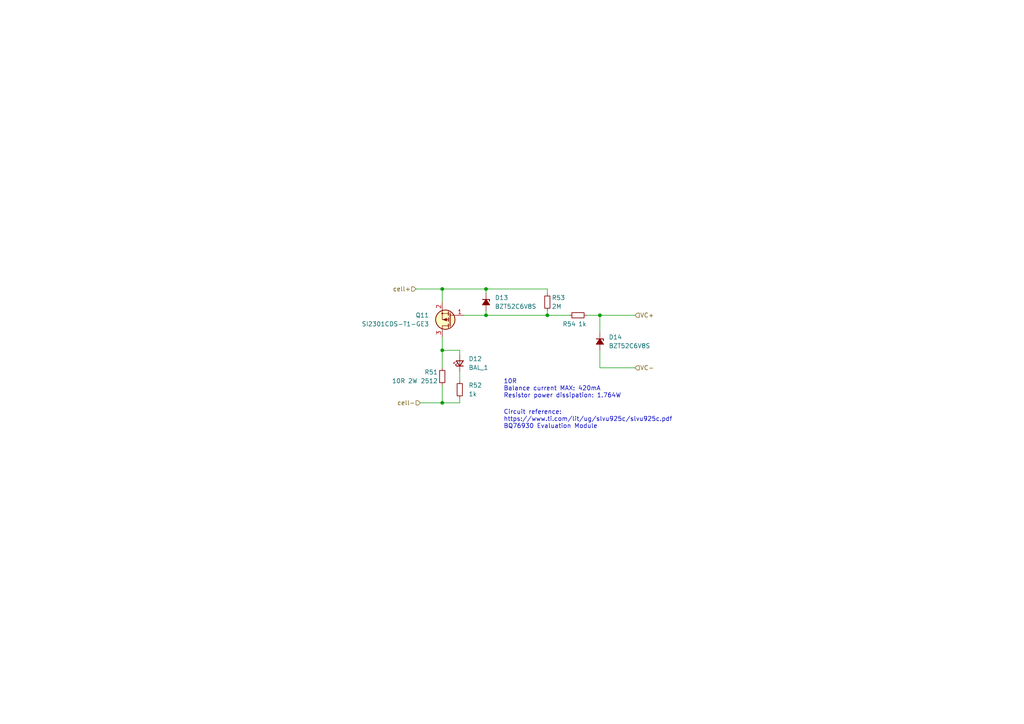
<source format=kicad_sch>
(kicad_sch (version 20231120) (generator "eeschema") (generator_version "8.0")
  (paper "A4")
  (lib_symbols
    (symbol "Device:D_Zener_Small_Filled" (pin_numbers hide) (pin_names (offset 0.254) hide)
      (property "Reference" "D" (at 0 2.286 0))
      (property "Value" "D_Zener_Small_Filled" (at 0 -2.286 0))
      (symbol "D_Zener_Small_Filled_0_1"
        (polyline (pts (xy 0.762 0) (xy -0.762 0)))
        (polyline (pts (xy -0.254 1.016) (xy -0.762 1.016) (xy -0.762 -1.016)) (stroke (width 0.254)))
        (polyline (pts (xy 0.762 1.016) (xy -0.762 0) (xy 0.762 -1.016) (xy 0.762 1.016)) (stroke (width 0.254)) (fill (type outline)))
      )
      (symbol "D_Zener_Small_Filled_1_1"
        (pin passive line (at -2.54 0 0) (length 1.778) (name "K") (number "1"))
        (pin passive line (at 2.54 0 180) (length 1.778) (name "A") (number "2"))
      )
    )
    (symbol "Device:LED_Small" (pin_numbers hide) (pin_names (offset 0.254) hide)
      (property "Reference" "D" (at -1.27 3.175 0))
      (property "Value" "LED_Small" (at -4.445 -2.54 0))
      (symbol "LED_Small_0_1"
        (polyline (pts (xy -0.762 -1.016) (xy -0.762 1.016)) (stroke (width 0.254)))
        (polyline (pts (xy 1.016 0) (xy -0.762 0)))
        (polyline (pts (xy 0.762 -1.016) (xy -0.762 0) (xy 0.762 1.016) (xy 0.762 -1.016)) (stroke (width 0.254)))
        (polyline (pts (xy 0 0.762) (xy -0.508 1.27) (xy -0.254 1.27) (xy -0.508 1.27) (xy -0.508 1.016)))
        (polyline (pts (xy 0.508 1.27) (xy 0 1.778) (xy 0.254 1.778) (xy 0 1.778) (xy 0 1.524)))
      )
      (symbol "LED_Small_1_1"
        (pin passive line (at -2.54 0 0) (length 1.778) (name "K") (number "1"))
        (pin passive line (at 2.54 0 180) (length 1.778) (name "A") (number "2"))
      )
    )
    (symbol "Device:R_Small" (pin_numbers hide) (pin_names (offset 0.254) hide)
      (property "Reference" "R" (at 0.762 0.508 0))
      (property "Value" "R_Small" (at 0.762 -1.016 0))
      (symbol "R_Small_0_1"
        (rectangle (start -0.762 1.778) (end 0.762 -1.778) (stroke (width 0.2032)))
      )
      (symbol "R_Small_1_1"
        (pin passive line (at 0 2.54 270) (length 0.762) (name "~") (number "1"))
        (pin passive line (at 0 -2.54 90) (length 0.762) (name "~") (number "2"))
      )
    )
    (symbol "PCM_Transistor_MOSFET_AKL:Q_PMOS-E_Generic_GSD" (pin_names hide)
      (property "Reference" "Q" (at 5.08 1.27 0))
      (property "Value" "Q_PMOS-E_Generic_GSD" (at 5.08 -1.27 0))
      (symbol "Q_PMOS-E_Generic_GSD_0_1"
        (polyline (pts (xy 0.254 -1.905) (xy 0.254 1.905)) (stroke (width 0.254)))
        (polyline (pts (xy 0.254 1.27) (xy -2.54 1.27)))
        (polyline (pts (xy 0.762 -2.286) (xy 0.762 -1.27)) (stroke (width 0.254)))
        (polyline (pts (xy 0.762 -1.778) (xy 2.54 -1.778)))
        (polyline (pts (xy 0.762 -0.508) (xy 0.762 0.508)) (stroke (width 0.254)))
        (polyline (pts (xy 0.762 1.27) (xy 0.762 2.286)) (stroke (width 0.254)))
        (polyline (pts (xy 0.762 1.778) (xy 2.54 1.778)))
        (polyline (pts (xy 2.54 -2.54) (xy 2.54 -1.778)))
        (polyline (pts (xy 2.54 2.54) (xy 2.54 0) (xy 0.762 0)))
        (polyline (pts (xy 2.286 0) (xy 1.27 -0.381) (xy 1.27 0.381) (xy 2.286 0)) (fill (type outline)))
      )
      (symbol "Q_PMOS-E_Generic_GSD_1_1"
        (circle (center 1.651 0) (radius 2.794) (stroke (width 0.254)) (fill (type background)))
        (circle (center 2.54 1.778) (radius 0.1778) (fill (type outline)))
        (pin input line (at -3.81 1.27 0) (length 2.54) (name "G") (number "1"))
        (pin passive line (at 2.54 5.08 270) (length 2.54) (name "S") (number "2"))
        (pin passive line (at 2.54 -5.08 90) (length 2.54) (name "D") (number "3"))
      )
    )
  )
  (junction (at 128.27 101.6))
  (junction (at 173.99 91.44))
  (junction (at 140.97 83.82))
  (junction (at 140.97 91.44))
  (junction (at 128.27 116.84))
  (junction (at 128.27 83.82))
  (junction (at 158.75 91.44))
  (wire (pts (xy 173.99 106.68) (xy 184.15 106.68)))
  (wire (pts (xy 134.62 91.44) (xy 140.97 91.44)))
  (wire (pts (xy 120.65 83.82) (xy 128.27 83.82)))
  (wire (pts (xy 173.99 91.44) (xy 173.99 96.52)))
  (wire (pts (xy 140.97 83.82) (xy 128.27 83.82)))
  (wire (pts (xy 133.35 116.84) (xy 128.27 116.84)))
  (wire (pts (xy 170.18 91.44) (xy 173.99 91.44)))
  (wire (pts (xy 128.27 83.82) (xy 128.27 87.63)))
  (wire (pts (xy 133.35 101.6) (xy 128.27 101.6)))
  (wire (pts (xy 140.97 90.17) (xy 140.97 91.44)))
  (wire (pts (xy 173.99 91.44) (xy 184.15 91.44)))
  (wire (pts (xy 140.97 83.82) (xy 158.75 83.82)))
  (wire (pts (xy 133.35 107.95) (xy 133.35 110.49)))
  (wire (pts (xy 128.27 97.79) (xy 128.27 101.6)))
  (wire (pts (xy 128.27 111.76) (xy 128.27 116.84)))
  (wire (pts (xy 121.92 116.84) (xy 128.27 116.84)))
  (wire (pts (xy 140.97 85.09) (xy 140.97 83.82)))
  (wire (pts (xy 158.75 91.44) (xy 165.1 91.44)))
  (wire (pts (xy 158.75 83.82) (xy 158.75 85.09)))
  (wire (pts (xy 173.99 101.6) (xy 173.99 106.68)))
  (wire (pts (xy 133.35 115.57) (xy 133.35 116.84)))
  (wire (pts (xy 128.27 101.6) (xy 128.27 106.68)))
  (wire (pts (xy 158.75 90.17) (xy 158.75 91.44)))
  (wire (pts (xy 140.97 91.44) (xy 158.75 91.44)))
  (wire (pts (xy 133.35 102.87) (xy 133.35 101.6)))
  (text "10R\nBalance current MAX: 420mA\nResistor power dissipation: 1.764W" (at 146.05 115.57 0) (effects (font (size 1.27 1.27)) (justify left bottom)))
  (text "Circuit reference:\nhttps://www.ti.com/lit/ug/slvu925c/slvu925c.pdf\nBQ76930 Evaluation Module" (at 146.05 124.46 0) (effects (font (size 1.27 1.27)) (justify left bottom)))
  (hierarchical_label "cell-" (shape input) (at 121.92 116.84 180))
  (hierarchical_label "VC+" (shape input) (at 184.15 91.44 0))
  (hierarchical_label "cell+" (shape input) (at 120.65 83.82 180))
  (hierarchical_label "VC-" (shape input) (at 184.15 106.68 0))
  (symbol (lib_id "PCM_Transistor_MOSFET_AKL:Q_PMOS-E_Generic_GSD") (at 130.81 92.71 0) (mirror y) (unit 1)
    (property "Reference" "Q11" (at 124.46 91.44 0) (effects (justify left)))
    (property "Value" "SI2301CDS-T1-GE3" (at 124.46 93.98 0) (effects (justify left)))
    (property "Footprint" "Package_TO_SOT_SMD:SOT-23" (effects (hide yes)))
    (property "Description" "P-MOSFET enchancement mode transistor, generic symbol, Alternate KiCAD Library" (effects (hide yes)))
    (instances (project "6S_BMS" (path "" (reference "Q11") (unit 1)) (path "" (reference "Q10") (unit 1)) (path "" (reference "Q14") (unit 1)) (path "" (reference "Q12") (unit 1)) (path "" (reference "Q15") (unit 1)) (path "" (reference "Q13") (unit 1))))
  )
  (symbol (lib_id "Device:R_Small") (at 128.27 109.22 0) (unit 1)
    (property "Reference" "R51" (at 127 107.95 0) (effects (justify right)))
    (property "Value" "10R 2W 2512" (at 127 110.49 0) (effects (justify right)))
    (property "Footprint" "Resistor_SMD:R_2512_6332Metric" (effects (hide yes)))
    (property "Description" "Resistor, small symbol" (effects (hide yes)))
    (instances (project "6S_BMS" (path "" (reference "R51") (unit 1)) (path "" (reference "R47") (unit 1)) (path "" (reference "R63") (unit 1)) (path "" (reference "R55") (unit 1)) (path "" (reference "R67") (unit 1)) (path "" (reference "R59") (unit 1))))
  )
  (symbol (lib_id "Device:R_Small") (at 133.35 113.03 0) (unit 1)
    (property "Reference" "R52" (at 135.89 111.76 0) (effects (justify left)))
    (property "Value" "1k" (at 135.89 114.3 0) (effects (justify left)))
    (property "Footprint" "Resistor_SMD:R_0402_1005Metric" (effects (hide yes)))
    (property "Description" "Resistor, small symbol" (effects (hide yes)))
    (instances (project "6S_BMS" (path "" (reference "R52") (unit 1)) (path "" (reference "R48") (unit 1)) (path "" (reference "R64") (unit 1)) (path "" (reference "R56") (unit 1)) (path "" (reference "R68") (unit 1)) (path "" (reference "R60") (unit 1))))
  )
  (symbol (lib_id "Device:D_Zener_Small_Filled") (at 173.99 99.06 270) (unit 1)
    (property "Reference" "D14" (at 176.53 97.79 90) (effects (justify left)))
    (property "Value" "BZT52C6V8S" (at 176.53 100.33 90) (effects (justify left)))
    (property "Footprint" "Diode_SMD:D_SOD-323" (effects (hide yes)))
    (property "Description" "Zener diode, small symbol, filled shape" (effects (hide yes)))
    (instances (project "6S_BMS" (path "" (reference "D14") (unit 1)) (path "" (reference "D11") (unit 1)) (path "" (reference "D23") (unit 1)) (path "" (reference "D17") (unit 1)) (path "" (reference "D26") (unit 1)) (path "" (reference "D20") (unit 1))))
  )
  (symbol (lib_id "Device:LED_Small") (at 133.35 105.41 90) (unit 1)
    (property "Reference" "D12" (at 135.89 104.0764 90) (effects (justify right)))
    (property "Value" "BAL_1" (at 135.89 106.6164 90) (effects (justify right)))
    (property "Footprint" "LED_SMD:LED_0603_1608Metric" (effects (hide yes)))
    (property "Description" "Light emitting diode, small symbol" (effects (hide yes)))
    (instances (project "6S_BMS" (path "" (reference "D12") (unit 1)) (path "" (reference "D9") (unit 1)) (path "" (reference "D21") (unit 1)) (path "" (reference "D15") (unit 1)) (path "" (reference "D24") (unit 1)) (path "" (reference "D18") (unit 1))))
  )
  (symbol (lib_id "Device:R_Small") (at 158.75 87.63 180) (unit 1)
    (property "Reference" "R53" (at 160.02 86.36 0) (effects (justify right)))
    (property "Value" "2M" (at 160.02 88.9 0) (effects (justify right)))
    (property "Footprint" "Resistor_SMD:R_0402_1005Metric" (effects (hide yes)))
    (property "Description" "Resistor, small symbol" (effects (hide yes)))
    (instances (project "6S_BMS" (path "" (reference "R53") (unit 1)) (path "" (reference "R49") (unit 1)) (path "" (reference "R65") (unit 1)) (path "" (reference "R57") (unit 1)) (path "" (reference "R69") (unit 1)) (path "" (reference "R61") (unit 1))))
  )
  (symbol (lib_id "Device:D_Zener_Small_Filled") (at 140.97 87.63 270) (unit 1)
    (property "Reference" "D13" (at 143.51 86.36 90) (effects (justify left)))
    (property "Value" "BZT52C6V8S" (at 143.51 88.9 90) (effects (justify left)))
    (property "Footprint" "Diode_SMD:D_SOD-323" (effects (hide yes)))
    (property "Description" "Zener diode, small symbol, filled shape" (effects (hide yes)))
    (instances (project "6S_BMS" (path "" (reference "D13") (unit 1)) (path "" (reference "D10") (unit 1)) (path "" (reference "D22") (unit 1)) (path "" (reference "D16") (unit 1)) (path "" (reference "D25") (unit 1)) (path "" (reference "D19") (unit 1))))
  )
  (symbol (lib_id "Device:R_Small") (at 167.64 91.44 270) (unit 1)
    (property "Reference" "R54" (at 165.1 93.98 90))
    (property "Value" "1k" (at 168.91 93.98 90))
    (property "Footprint" "Resistor_SMD:R_0402_1005Metric" (effects (hide yes)))
    (property "Description" "Resistor, small symbol" (effects (hide yes)))
    (instances (project "6S_BMS" (path "" (reference "R54") (unit 1)) (path "" (reference "R50") (unit 1)) (path "" (reference "R66") (unit 1)) (path "" (reference "R58") (unit 1)) (path "" (reference "R70") (unit 1)) (path "" (reference "R62") (unit 1))))
  )
)
</source>
